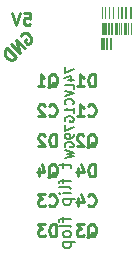
<source format=gbo>
%TF.GenerationSoftware,KiCad,Pcbnew,4.0.4+e1-6308~48~ubuntu16.04.1-stable*%
%TF.CreationDate,2016-10-27T02:26:11-07:00*%
%TF.ProjectId,74LVC1G79GW,37344C56433147373947572E6B696361,rev?*%
%TF.FileFunction,Legend,Bot*%
%FSLAX46Y46*%
G04 Gerber Fmt 4.6, Leading zero omitted, Abs format (unit mm)*
G04 Created by KiCad (PCBNEW 4.0.4+e1-6308~48~ubuntu16.04.1-stable) date Thu Oct 27 02:26:11 2016*
%MOMM*%
%LPD*%
G01*
G04 APERTURE LIST*
%ADD10C,0.100000*%
%ADD11C,0.175000*%
%ADD12C,0.125000*%
%ADD13C,0.075000*%
%ADD14C,0.050000*%
%ADD15C,0.025000*%
%ADD16C,0.200000*%
%ADD17C,0.150000*%
%ADD18C,0.187500*%
%ADD19C,0.250000*%
%ADD20R,2.132000X2.132000*%
%ADD21O,2.132000X2.132000*%
%ADD22R,2.335200X2.335200*%
G04 APERTURE END LIST*
D10*
D11*
X241200000Y-85260000D02*
X241200000Y-86200000D01*
X240900000Y-85260000D02*
X240900000Y-86200000D01*
X240650000Y-85260000D02*
X240650000Y-86200000D01*
X240450000Y-85260000D02*
X240450000Y-86200000D01*
D12*
X242900000Y-84000000D02*
X242900000Y-84940000D01*
X242700000Y-84000000D02*
X242700000Y-84940000D01*
X242550000Y-84000000D02*
X242550000Y-84940000D01*
X242450000Y-84000000D02*
X242450000Y-84940000D01*
D10*
X242350000Y-84000000D02*
X242350000Y-84940000D01*
X242100000Y-84000000D02*
X242100000Y-84940000D01*
X241900000Y-84000000D02*
X241900000Y-84940000D01*
X241750000Y-84000000D02*
X241750000Y-84940000D01*
X241650000Y-84000000D02*
X241650000Y-84940000D01*
D13*
X241550000Y-84000000D02*
X241550000Y-84940000D01*
X241350000Y-84000000D02*
X241350000Y-84940000D01*
X241200000Y-84000000D02*
X241200000Y-84940000D01*
X241100000Y-84000000D02*
X241100000Y-84940000D01*
D14*
X241000000Y-84010000D02*
X241000000Y-84950000D01*
X240850000Y-84010000D02*
X240850000Y-84950000D01*
X240750000Y-84010000D02*
X240750000Y-84950000D01*
D15*
X240650000Y-84010000D02*
X240650000Y-84950000D01*
X240600000Y-84010000D02*
X240600000Y-84950000D01*
X240500000Y-84010000D02*
X240500000Y-84950000D01*
X240450000Y-84010000D02*
X240450000Y-84950000D01*
D16*
X242900000Y-82660000D02*
X242900000Y-83600000D01*
D11*
X242500000Y-82660000D02*
X242500000Y-83600000D01*
D17*
X242200000Y-82660000D02*
X242200000Y-83600000D01*
D12*
X241800000Y-82660000D02*
X241800000Y-83600000D01*
D10*
X241400000Y-82660000D02*
X241400000Y-83600000D01*
D13*
X241050000Y-82660000D02*
X241050000Y-83600000D01*
D14*
X240750000Y-82660000D02*
X240750000Y-83600000D01*
D15*
X240450000Y-82660000D02*
X240450000Y-83600000D01*
D18*
X237333286Y-87709857D02*
X237333286Y-88209857D01*
X238083286Y-87888428D01*
X237583286Y-88817000D02*
X238083286Y-88817000D01*
X237297571Y-88638429D02*
X237833286Y-88459857D01*
X237833286Y-88924143D01*
X238083286Y-89567000D02*
X238083286Y-89209857D01*
X237333286Y-89209857D01*
X237333286Y-89709858D02*
X238083286Y-89959858D01*
X237333286Y-90209858D01*
X238011857Y-90888429D02*
X238047571Y-90852715D01*
X238083286Y-90745572D01*
X238083286Y-90674143D01*
X238047571Y-90567000D01*
X237976143Y-90495572D01*
X237904714Y-90459857D01*
X237761857Y-90424143D01*
X237654714Y-90424143D01*
X237511857Y-90459857D01*
X237440429Y-90495572D01*
X237369000Y-90567000D01*
X237333286Y-90674143D01*
X237333286Y-90745572D01*
X237369000Y-90852715D01*
X237404714Y-90888429D01*
X238083286Y-91602715D02*
X238083286Y-91174143D01*
X238083286Y-91388429D02*
X237333286Y-91388429D01*
X237440429Y-91317000D01*
X237511857Y-91245572D01*
X237547571Y-91174143D01*
X237369000Y-92317001D02*
X237333286Y-92245572D01*
X237333286Y-92138429D01*
X237369000Y-92031286D01*
X237440429Y-91959858D01*
X237511857Y-91924143D01*
X237654714Y-91888429D01*
X237761857Y-91888429D01*
X237904714Y-91924143D01*
X237976143Y-91959858D01*
X238047571Y-92031286D01*
X238083286Y-92138429D01*
X238083286Y-92209858D01*
X238047571Y-92317001D01*
X238011857Y-92352715D01*
X237761857Y-92352715D01*
X237761857Y-92209858D01*
X237333286Y-92602715D02*
X237333286Y-93102715D01*
X238083286Y-92781286D01*
X238083286Y-93424144D02*
X238083286Y-93567001D01*
X238047571Y-93638429D01*
X238011857Y-93674144D01*
X237904714Y-93745572D01*
X237761857Y-93781287D01*
X237476143Y-93781287D01*
X237404714Y-93745572D01*
X237369000Y-93709858D01*
X237333286Y-93638429D01*
X237333286Y-93495572D01*
X237369000Y-93424144D01*
X237404714Y-93388429D01*
X237476143Y-93352715D01*
X237654714Y-93352715D01*
X237726143Y-93388429D01*
X237761857Y-93424144D01*
X237797571Y-93495572D01*
X237797571Y-93638429D01*
X237761857Y-93709858D01*
X237726143Y-93745572D01*
X237654714Y-93781287D01*
X237369000Y-94495573D02*
X237333286Y-94424144D01*
X237333286Y-94317001D01*
X237369000Y-94209858D01*
X237440429Y-94138430D01*
X237511857Y-94102715D01*
X237654714Y-94067001D01*
X237761857Y-94067001D01*
X237904714Y-94102715D01*
X237976143Y-94138430D01*
X238047571Y-94209858D01*
X238083286Y-94317001D01*
X238083286Y-94388430D01*
X238047571Y-94495573D01*
X238011857Y-94531287D01*
X237761857Y-94531287D01*
X237761857Y-94388430D01*
X237333286Y-94781287D02*
X238083286Y-94959858D01*
X237547571Y-95102715D01*
X238083286Y-95245573D01*
X237333286Y-95424144D01*
D17*
X237185714Y-95857142D02*
X237185714Y-96238094D01*
X236852381Y-95999999D02*
X237709524Y-95999999D01*
X237804762Y-96047618D01*
X237852381Y-96142856D01*
X237852381Y-96238094D01*
X237185714Y-97190476D02*
X237185714Y-97571428D01*
X237852381Y-97333333D02*
X236995238Y-97333333D01*
X236900000Y-97380952D01*
X236852381Y-97476190D01*
X236852381Y-97571428D01*
X237852381Y-98047619D02*
X237804762Y-97952381D01*
X237709524Y-97904762D01*
X236852381Y-97904762D01*
X237852381Y-98428572D02*
X237185714Y-98428572D01*
X236852381Y-98428572D02*
X236900000Y-98380953D01*
X236947619Y-98428572D01*
X236900000Y-98476191D01*
X236852381Y-98428572D01*
X236947619Y-98428572D01*
X237185714Y-98904762D02*
X238185714Y-98904762D01*
X237233333Y-98904762D02*
X237185714Y-99000000D01*
X237185714Y-99190477D01*
X237233333Y-99285715D01*
X237280952Y-99333334D01*
X237376190Y-99380953D01*
X237661905Y-99380953D01*
X237757143Y-99333334D01*
X237804762Y-99285715D01*
X237852381Y-99190477D01*
X237852381Y-99000000D01*
X237804762Y-98904762D01*
X237185714Y-100428572D02*
X237185714Y-100809524D01*
X237852381Y-100571429D02*
X236995238Y-100571429D01*
X236900000Y-100619048D01*
X236852381Y-100714286D01*
X236852381Y-100809524D01*
X237852381Y-101285715D02*
X237804762Y-101190477D01*
X237709524Y-101142858D01*
X236852381Y-101142858D01*
X237852381Y-101809525D02*
X237804762Y-101714287D01*
X237757143Y-101666668D01*
X237661905Y-101619049D01*
X237376190Y-101619049D01*
X237280952Y-101666668D01*
X237233333Y-101714287D01*
X237185714Y-101809525D01*
X237185714Y-101952383D01*
X237233333Y-102047621D01*
X237280952Y-102095240D01*
X237376190Y-102142859D01*
X237661905Y-102142859D01*
X237757143Y-102095240D01*
X237804762Y-102047621D01*
X237852381Y-101952383D01*
X237852381Y-101809525D01*
X237185714Y-102571430D02*
X238185714Y-102571430D01*
X237233333Y-102571430D02*
X237185714Y-102666668D01*
X237185714Y-102857145D01*
X237233333Y-102952383D01*
X237280952Y-103000002D01*
X237376190Y-103047621D01*
X237661905Y-103047621D01*
X237757143Y-103000002D01*
X237804762Y-102952383D01*
X237852381Y-102857145D01*
X237852381Y-102666668D01*
X237804762Y-102571430D01*
D19*
X235934238Y-89447619D02*
X236029476Y-89400000D01*
X236124714Y-89304762D01*
X236267571Y-89161905D01*
X236362810Y-89114286D01*
X236458048Y-89114286D01*
X236410429Y-89352381D02*
X236505667Y-89304762D01*
X236600905Y-89209524D01*
X236648524Y-89019048D01*
X236648524Y-88685714D01*
X236600905Y-88495238D01*
X236505667Y-88400000D01*
X236410429Y-88352381D01*
X236219952Y-88352381D01*
X236124714Y-88400000D01*
X236029476Y-88495238D01*
X235981857Y-88685714D01*
X235981857Y-89019048D01*
X236029476Y-89209524D01*
X236124714Y-89304762D01*
X236219952Y-89352381D01*
X236410429Y-89352381D01*
X235029476Y-89352381D02*
X235600905Y-89352381D01*
X235315191Y-89352381D02*
X235315191Y-88352381D01*
X235410429Y-88495238D01*
X235505667Y-88590476D01*
X235600905Y-88638095D01*
X239879095Y-96972381D02*
X239879095Y-95972381D01*
X239641000Y-95972381D01*
X239498142Y-96020000D01*
X239402904Y-96115238D01*
X239355285Y-96210476D01*
X239307666Y-96400952D01*
X239307666Y-96543810D01*
X239355285Y-96734286D01*
X239402904Y-96829524D01*
X239498142Y-96924762D01*
X239641000Y-96972381D01*
X239879095Y-96972381D01*
X238450523Y-96305714D02*
X238450523Y-96972381D01*
X238688619Y-95924762D02*
X238926714Y-96639048D01*
X238307666Y-96639048D01*
X239236238Y-94527619D02*
X239331476Y-94480000D01*
X239426714Y-94384762D01*
X239569571Y-94241905D01*
X239664810Y-94194286D01*
X239760048Y-94194286D01*
X239712429Y-94432381D02*
X239807667Y-94384762D01*
X239902905Y-94289524D01*
X239950524Y-94099048D01*
X239950524Y-93765714D01*
X239902905Y-93575238D01*
X239807667Y-93480000D01*
X239712429Y-93432381D01*
X239521952Y-93432381D01*
X239426714Y-93480000D01*
X239331476Y-93575238D01*
X239283857Y-93765714D01*
X239283857Y-94099048D01*
X239331476Y-94289524D01*
X239426714Y-94384762D01*
X239521952Y-94432381D01*
X239712429Y-94432381D01*
X238902905Y-93527619D02*
X238855286Y-93480000D01*
X238760048Y-93432381D01*
X238521952Y-93432381D01*
X238426714Y-93480000D01*
X238379095Y-93527619D01*
X238331476Y-93622857D01*
X238331476Y-93718095D01*
X238379095Y-93860952D01*
X238950524Y-94432381D01*
X238331476Y-94432381D01*
X239307666Y-91797143D02*
X239355285Y-91844762D01*
X239498142Y-91892381D01*
X239593380Y-91892381D01*
X239736238Y-91844762D01*
X239831476Y-91749524D01*
X239879095Y-91654286D01*
X239926714Y-91463810D01*
X239926714Y-91320952D01*
X239879095Y-91130476D01*
X239831476Y-91035238D01*
X239736238Y-90940000D01*
X239593380Y-90892381D01*
X239498142Y-90892381D01*
X239355285Y-90940000D01*
X239307666Y-90987619D01*
X238355285Y-91892381D02*
X238926714Y-91892381D01*
X238641000Y-91892381D02*
X238641000Y-90892381D01*
X238736238Y-91035238D01*
X238831476Y-91130476D01*
X238926714Y-91178095D01*
X239236238Y-102147619D02*
X239331476Y-102100000D01*
X239426714Y-102004762D01*
X239569571Y-101861905D01*
X239664810Y-101814286D01*
X239760048Y-101814286D01*
X239712429Y-102052381D02*
X239807667Y-102004762D01*
X239902905Y-101909524D01*
X239950524Y-101719048D01*
X239950524Y-101385714D01*
X239902905Y-101195238D01*
X239807667Y-101100000D01*
X239712429Y-101052381D01*
X239521952Y-101052381D01*
X239426714Y-101100000D01*
X239331476Y-101195238D01*
X239283857Y-101385714D01*
X239283857Y-101719048D01*
X239331476Y-101909524D01*
X239426714Y-102004762D01*
X239521952Y-102052381D01*
X239712429Y-102052381D01*
X238950524Y-101052381D02*
X238331476Y-101052381D01*
X238664810Y-101433333D01*
X238521952Y-101433333D01*
X238426714Y-101480952D01*
X238379095Y-101528571D01*
X238331476Y-101623810D01*
X238331476Y-101861905D01*
X238379095Y-101957143D01*
X238426714Y-102004762D01*
X238521952Y-102052381D01*
X238807667Y-102052381D01*
X238902905Y-102004762D01*
X238950524Y-101957143D01*
X239307666Y-99417143D02*
X239355285Y-99464762D01*
X239498142Y-99512381D01*
X239593380Y-99512381D01*
X239736238Y-99464762D01*
X239831476Y-99369524D01*
X239879095Y-99274286D01*
X239926714Y-99083810D01*
X239926714Y-98940952D01*
X239879095Y-98750476D01*
X239831476Y-98655238D01*
X239736238Y-98560000D01*
X239593380Y-98512381D01*
X239498142Y-98512381D01*
X239355285Y-98560000D01*
X239307666Y-98607619D01*
X238450523Y-98845714D02*
X238450523Y-99512381D01*
X238688619Y-98464762D02*
X238926714Y-99179048D01*
X238307666Y-99179048D01*
X236577095Y-102052381D02*
X236577095Y-101052381D01*
X236339000Y-101052381D01*
X236196142Y-101100000D01*
X236100904Y-101195238D01*
X236053285Y-101290476D01*
X236005666Y-101480952D01*
X236005666Y-101623810D01*
X236053285Y-101814286D01*
X236100904Y-101909524D01*
X236196142Y-102004762D01*
X236339000Y-102052381D01*
X236577095Y-102052381D01*
X235672333Y-101052381D02*
X235053285Y-101052381D01*
X235386619Y-101433333D01*
X235243761Y-101433333D01*
X235148523Y-101480952D01*
X235100904Y-101528571D01*
X235053285Y-101623810D01*
X235053285Y-101861905D01*
X235100904Y-101957143D01*
X235148523Y-102004762D01*
X235243761Y-102052381D01*
X235529476Y-102052381D01*
X235624714Y-102004762D01*
X235672333Y-101957143D01*
X236005666Y-99417143D02*
X236053285Y-99464762D01*
X236196142Y-99512381D01*
X236291380Y-99512381D01*
X236434238Y-99464762D01*
X236529476Y-99369524D01*
X236577095Y-99274286D01*
X236624714Y-99083810D01*
X236624714Y-98940952D01*
X236577095Y-98750476D01*
X236529476Y-98655238D01*
X236434238Y-98560000D01*
X236291380Y-98512381D01*
X236196142Y-98512381D01*
X236053285Y-98560000D01*
X236005666Y-98607619D01*
X235672333Y-98512381D02*
X235053285Y-98512381D01*
X235386619Y-98893333D01*
X235243761Y-98893333D01*
X235148523Y-98940952D01*
X235100904Y-98988571D01*
X235053285Y-99083810D01*
X235053285Y-99321905D01*
X235100904Y-99417143D01*
X235148523Y-99464762D01*
X235243761Y-99512381D01*
X235529476Y-99512381D01*
X235624714Y-99464762D01*
X235672333Y-99417143D01*
X235934238Y-97067619D02*
X236029476Y-97020000D01*
X236124714Y-96924762D01*
X236267571Y-96781905D01*
X236362810Y-96734286D01*
X236458048Y-96734286D01*
X236410429Y-96972381D02*
X236505667Y-96924762D01*
X236600905Y-96829524D01*
X236648524Y-96639048D01*
X236648524Y-96305714D01*
X236600905Y-96115238D01*
X236505667Y-96020000D01*
X236410429Y-95972381D01*
X236219952Y-95972381D01*
X236124714Y-96020000D01*
X236029476Y-96115238D01*
X235981857Y-96305714D01*
X235981857Y-96639048D01*
X236029476Y-96829524D01*
X236124714Y-96924762D01*
X236219952Y-96972381D01*
X236410429Y-96972381D01*
X235124714Y-96305714D02*
X235124714Y-96972381D01*
X235362810Y-95924762D02*
X235600905Y-96639048D01*
X234981857Y-96639048D01*
X236577095Y-94432381D02*
X236577095Y-93432381D01*
X236339000Y-93432381D01*
X236196142Y-93480000D01*
X236100904Y-93575238D01*
X236053285Y-93670476D01*
X236005666Y-93860952D01*
X236005666Y-94003810D01*
X236053285Y-94194286D01*
X236100904Y-94289524D01*
X236196142Y-94384762D01*
X236339000Y-94432381D01*
X236577095Y-94432381D01*
X235624714Y-93527619D02*
X235577095Y-93480000D01*
X235481857Y-93432381D01*
X235243761Y-93432381D01*
X235148523Y-93480000D01*
X235100904Y-93527619D01*
X235053285Y-93622857D01*
X235053285Y-93718095D01*
X235100904Y-93860952D01*
X235672333Y-94432381D01*
X235053285Y-94432381D01*
X236005666Y-91797143D02*
X236053285Y-91844762D01*
X236196142Y-91892381D01*
X236291380Y-91892381D01*
X236434238Y-91844762D01*
X236529476Y-91749524D01*
X236577095Y-91654286D01*
X236624714Y-91463810D01*
X236624714Y-91320952D01*
X236577095Y-91130476D01*
X236529476Y-91035238D01*
X236434238Y-90940000D01*
X236291380Y-90892381D01*
X236196142Y-90892381D01*
X236053285Y-90940000D01*
X236005666Y-90987619D01*
X235624714Y-90987619D02*
X235577095Y-90940000D01*
X235481857Y-90892381D01*
X235243761Y-90892381D01*
X235148523Y-90940000D01*
X235100904Y-90987619D01*
X235053285Y-91082857D01*
X235053285Y-91178095D01*
X235100904Y-91320952D01*
X235672333Y-91892381D01*
X235053285Y-91892381D01*
X239879095Y-89352381D02*
X239879095Y-88352381D01*
X239641000Y-88352381D01*
X239498142Y-88400000D01*
X239402904Y-88495238D01*
X239355285Y-88590476D01*
X239307666Y-88780952D01*
X239307666Y-88923810D01*
X239355285Y-89114286D01*
X239402904Y-89209524D01*
X239498142Y-89304762D01*
X239641000Y-89352381D01*
X239879095Y-89352381D01*
X238355285Y-89352381D02*
X238926714Y-89352381D01*
X238641000Y-89352381D02*
X238641000Y-88352381D01*
X238736238Y-88495238D01*
X238831476Y-88590476D01*
X238926714Y-88638095D01*
X233890476Y-83152381D02*
X234366667Y-83152381D01*
X234414286Y-83628571D01*
X234366667Y-83580952D01*
X234271429Y-83533333D01*
X234033333Y-83533333D01*
X233938095Y-83580952D01*
X233890476Y-83628571D01*
X233842857Y-83723810D01*
X233842857Y-83961905D01*
X233890476Y-84057143D01*
X233938095Y-84104762D01*
X234033333Y-84152381D01*
X234271429Y-84152381D01*
X234366667Y-84104762D01*
X234414286Y-84057143D01*
X233557143Y-83152381D02*
X233223810Y-84152381D01*
X232890476Y-83152381D01*
X233585194Y-85107699D02*
X233618866Y-85006684D01*
X233719881Y-84905669D01*
X233854569Y-84838325D01*
X233989255Y-84838325D01*
X234090271Y-84871996D01*
X234258629Y-84973012D01*
X234359645Y-85074027D01*
X234460660Y-85242386D01*
X234494332Y-85343401D01*
X234494332Y-85478088D01*
X234426988Y-85612776D01*
X234359644Y-85680119D01*
X234224957Y-85747462D01*
X234157614Y-85747462D01*
X233921912Y-85511760D01*
X234056599Y-85377074D01*
X233921912Y-86117851D02*
X233214805Y-85410745D01*
X233517851Y-86521913D01*
X232810744Y-85814806D01*
X233181133Y-86858630D02*
X232474027Y-86151523D01*
X232305668Y-86319882D01*
X232238324Y-86454569D01*
X232238324Y-86589256D01*
X232271996Y-86690271D01*
X232373011Y-86858630D01*
X232474027Y-86959646D01*
X232642385Y-87060661D01*
X232743400Y-87094333D01*
X232878087Y-87094333D01*
X233012775Y-87026988D01*
X233181133Y-86858630D01*
%LPC*%
D20*
X236220000Y-83820000D03*
D21*
X238760000Y-83820000D03*
D20*
X236220000Y-86360000D03*
D21*
X238760000Y-86360000D03*
D22*
X241300000Y-91440000D03*
X241300000Y-88900000D03*
X233680000Y-91440000D03*
X233680000Y-93980000D03*
X233680000Y-99060000D03*
X233680000Y-101600000D03*
X241300000Y-99060000D03*
X241300000Y-96520000D03*
X233680000Y-88900000D03*
X241300000Y-93980000D03*
X241300000Y-101600000D03*
X233680000Y-96520000D03*
M02*

</source>
